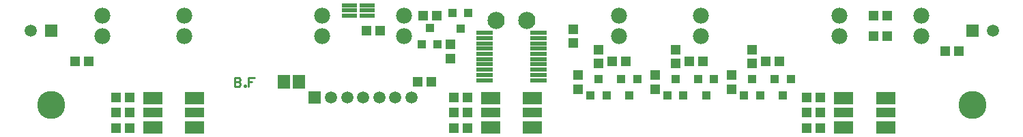
<source format=gts>
G75*
G70*
%OFA0B0*%
%FSLAX24Y24*%
%IPPOS*%
%LPD*%
%AMOC8*
5,1,8,0,0,1.08239X$1,22.5*
%
%ADD10C,0.1370*%
%ADD11C,0.0780*%
%ADD12R,0.0789X0.0230*%
%ADD13R,0.0595X0.0595*%
%ADD14C,0.0595*%
%ADD15R,0.0946X0.0631*%
%ADD16R,0.0946X0.0474*%
%ADD17R,0.0513X0.0474*%
%ADD18R,0.0395X0.0434*%
%ADD19C,0.0840*%
%ADD20R,0.0749X0.0218*%
%ADD21C,0.0090*%
%ADD22R,0.0592X0.0671*%
%ADD23R,0.0474X0.0513*%
D10*
X001660Y001780D03*
X046660Y001780D03*
D11*
X044160Y005160D03*
X040160Y005160D03*
X040160Y006160D03*
X044160Y006160D03*
X033410Y006160D03*
X029410Y006160D03*
X029410Y005160D03*
X033410Y005160D03*
X018910Y005160D03*
X014910Y005160D03*
X014910Y006160D03*
X018910Y006160D03*
X008160Y006160D03*
X004160Y006160D03*
X004160Y005160D03*
X008160Y005160D03*
D12*
X022841Y005056D03*
X022841Y005312D03*
X025479Y005312D03*
X025479Y005056D03*
X025479Y004800D03*
X025479Y004544D03*
X025479Y004288D03*
X025479Y004032D03*
X025479Y003776D03*
X025479Y003520D03*
X025479Y003264D03*
X025479Y003008D03*
X022841Y003008D03*
X022841Y003264D03*
X022841Y003520D03*
X022841Y003776D03*
X022841Y004032D03*
X022841Y004288D03*
X022841Y004544D03*
X022841Y004800D03*
D13*
X014548Y002160D03*
X001660Y005410D03*
X046660Y005410D03*
D14*
X047660Y005410D03*
X019272Y002160D03*
X018485Y002160D03*
X017697Y002160D03*
X016910Y002160D03*
X016123Y002160D03*
X015335Y002160D03*
X000660Y005410D03*
D15*
X006636Y002119D03*
X008684Y002119D03*
X008684Y000701D03*
X006636Y000701D03*
X023136Y000701D03*
X025184Y000701D03*
X025184Y002119D03*
X023136Y002119D03*
X040386Y002119D03*
X042434Y002119D03*
X042434Y000701D03*
X040386Y000701D03*
D16*
X040386Y001410D03*
X042434Y001410D03*
X025184Y001410D03*
X023136Y001410D03*
X008684Y001410D03*
X006636Y001410D03*
D17*
X004825Y000660D03*
X005495Y000660D03*
X005495Y001410D03*
X004825Y001410D03*
X004825Y002160D03*
X005495Y002160D03*
X003495Y003910D03*
X002825Y003910D03*
X017075Y005410D03*
X017745Y005410D03*
X019825Y006160D03*
X020495Y006160D03*
X029075Y003910D03*
X029745Y003910D03*
X032825Y003910D03*
X033495Y003910D03*
X036575Y003910D03*
X037245Y003910D03*
X045325Y004410D03*
X045995Y004410D03*
X042495Y005160D03*
X041825Y005160D03*
X041825Y006160D03*
X042495Y006160D03*
X020245Y002910D03*
X019575Y002910D03*
X021325Y002160D03*
X021995Y002160D03*
X021995Y001410D03*
X021325Y001410D03*
X021325Y000660D03*
X021995Y000660D03*
X038575Y000660D03*
X039245Y000660D03*
X039245Y001410D03*
X038575Y001410D03*
X038575Y002160D03*
X039245Y002160D03*
D18*
X037410Y002266D03*
X036304Y002266D03*
X035516Y002266D03*
X033660Y002266D03*
X032554Y002266D03*
X031766Y002266D03*
X029910Y002266D03*
X028804Y002266D03*
X028016Y002266D03*
X028410Y003054D03*
X029516Y003054D03*
X030304Y003054D03*
X032160Y003054D03*
X033266Y003054D03*
X034054Y003054D03*
X035910Y003054D03*
X037016Y003054D03*
X037804Y003054D03*
X021660Y005516D03*
X020160Y005554D03*
X019766Y004766D03*
X020554Y004766D03*
X021266Y006304D03*
X022054Y006304D03*
D19*
X023410Y005910D03*
X024910Y005910D03*
D20*
X017093Y006154D03*
X016227Y006154D03*
X016227Y006410D03*
X017093Y006410D03*
X017093Y006666D03*
X016227Y006666D03*
D21*
X011594Y003115D02*
X011320Y003115D01*
X011320Y002705D01*
X011158Y002705D02*
X011090Y002705D01*
X011090Y002773D01*
X011158Y002773D01*
X011158Y002705D01*
X010903Y002773D02*
X010835Y002705D01*
X010630Y002705D01*
X010630Y003115D01*
X010835Y003115D01*
X010903Y003047D01*
X010903Y002979D01*
X010835Y002910D01*
X010630Y002910D01*
X010835Y002910D02*
X010903Y002842D01*
X010903Y002773D01*
X011320Y002910D02*
X011457Y002910D01*
D22*
X013036Y002910D03*
X013784Y002910D03*
D23*
X021160Y004075D03*
X021160Y004745D03*
X027160Y004825D03*
X028410Y004495D03*
X032160Y004495D03*
X035910Y004495D03*
X035910Y003825D03*
X034910Y003245D03*
X032160Y003825D03*
X031160Y003245D03*
X028410Y003825D03*
X027410Y003245D03*
X027410Y002575D03*
X031160Y002575D03*
X034910Y002575D03*
X027160Y005495D03*
M02*

</source>
